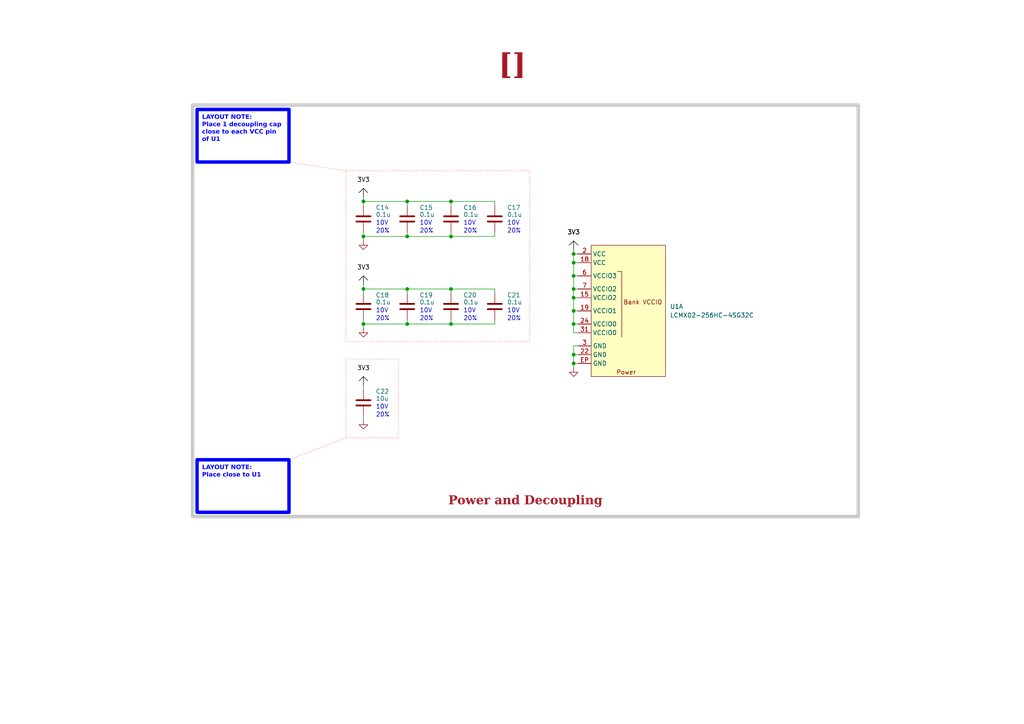
<source format=kicad_sch>
(kicad_sch (version 20250114) (generator "eeschema") (generator_version "9.0")
  (paper "A4")
  (title_block (title "Sheet Title A") (date "Last Modified Date") (rev "${REVISION}") (company "${COMPANY}"))
  (lib_symbols
    (symbol "0_FPGA:LCMX02-256HC-4SG32C"
      (property "Reference" "U" (at 10.668 16.51 0))
      (property "Value" "LCMX02-256HC-4SG32C" (at 0.254 -24.13 0))
      (symbol "LCMX02-256HC-4SG32C_1_1"
        (rectangle (start -10.16 15.24) (end 11.43 -22.86) (fill (type background)))
        (polyline (pts (xy -2.54 7.62) (xy -1.27 7.62) (xy -1.27 -11.43)))
        (text "Power" (at 0 -21.59 0) (effects (font (size 1.27 1.27))))
        (text "Bank VCCIO" (at 4.826 -1.27 0) (effects (font (size 1.27 1.27))))
        (pin power_in line (at -13.97 12.7 0) (length 3.81) (name "VCC") (number "2"))
        (pin power_in line (at -13.97 10.16 0) (length 3.81) (name "VCC") (number "18"))
        (pin power_in line (at -13.97 6.35 0) (length 3.81) (name "VCCIO3") (number "6"))
        (pin power_in line (at -13.97 2.54 0) (length 3.81) (name "VCCIO2") (number "7"))
        (pin power_in line (at -13.97 0 0) (length 3.81) (name "VCCIO2") (number "15"))
        (pin power_in line (at -13.97 -3.81 0) (length 3.81) (name "VCCIO1") (number "19"))
        (pin power_in line (at -13.97 -7.62 0) (length 3.81) (name "VCCIO0") (number "24"))
        (pin power_in line (at -13.97 -10.16 0) (length 3.81) (name "VCCIO0") (number "31"))
        (pin power_in line (at -13.97 -13.97 0) (length 3.81) (name "GND") (number "3"))
        (pin power_in line (at -13.97 -16.51 0) (length 3.81) (name "GND") (number "22"))
        (pin power_in line (at -13.97 -19.05 0) (length 3.81) (name "GND") (number "EP"))
      )
      (symbol "LCMX02-256HC-4SG32C_2_1"
        (rectangle (start -10.16 13.97) (end 11.43 -11.43) (fill (type background)))
        (text "JTAG Interface" (at 0.254 -9.906 0) (effects (font (size 1.27 1.27))))
        (text "Bank 0" (at 0.508 11.938 0) (effects (font (size 1.27 1.27))))
        (pin input line (at -12.7 7.62 0) (length 2.54) (name "TMS/PT7B") (number "29"))
        (pin input line (at -12.7 5.08 0) (length 2.54) (name "TCK/PT7A") (number "30"))
        (pin input line (at -12.7 2.54 0) (length 2.54) (name "TDI/PT6D") (number "32"))
        (pin input line (at -12.7 -5.08 0) (length 2.54) (name "JTAGENB/PT9A") (number "26"))
        (pin input line (at 13.97 -1.27 180) (length 2.54) (name "TDO/PT6C") (number "1"))
      )
      (symbol "LCMX02-256HC-4SG32C_3_1"
        (rectangle (start -16.51 17.78) (end 17.78 -17.78) (fill (type background)))
        (polyline (pts (xy -11.43 16.51) (xy -10.16 16.51) (xy -10.16 11.43)))
        (polyline (pts (xy -11.43 10.16) (xy -10.16 10.16) (xy -10.16 -12.7)))
        (polyline (pts (xy 1.27 -2.54) (xy 0 -2.54) (xy 0 -12.7)))
        (polyline (pts (xy 12.7 16.51) (xy 11.43 16.51) (xy 11.43 11.43)))
        (text "Bank 3" (at -6.35 14.224 0) (effects (font (size 1.27 1.27))))
        (text "Bank 2" (at -6.35 0 0) (effects (font (size 1.27 1.27))))
        (text "Bank 0" (at -4.064 -7.62 0) (effects (font (size 1.27 1.27))))
        (text "IO" (at 0 -16.51 0) (effects (font (size 1.27 1.27))))
        (text "Bank 1" (at 7.366 13.97 0) (effects (font (size 1.27 1.27))))
        (pin bidirectional line (at -19.05 15.24 0) (length 2.54) (name "PL5C") (number "4"))
        (pin bidirectional line (at -19.05 12.7 0) (length 2.54) (name "PL5D") (number "5"))
        (pin bidirectional line (at -19.05 8.89 0) (length 2.54) (name "PB2A") (number "8"))
        (pin bidirectional line (at -19.05 6.35 0) (length 2.54) (name "PB2C") (number "9"))
        (pin bidirectional line (at -19.05 3.81 0) (length 2.54) (name "PB2D") (number "10"))
        (pin bidirectional line (at -19.05 1.27 0) (length 2.54) (name "PB4A") (number "11"))
        (pin bidirectional line (at -19.05 -1.27 0) (length 2.54) (name "PB4B") (number "12"))
        (pin bidirectional line (at -19.05 -3.81 0) (length 2.54) (name "PB4C") (number "13"))
        (pin bidirectional line (at -19.05 -6.35 0) (length 2.54) (name "PB4D") (number "14"))
        (pin bidirectional line (at -19.05 -8.89 0) (length 2.54) (name "PB9A") (number "16"))
        (pin bidirectional line (at -19.05 -11.43 0) (length 2.54) (name "PB9B") (number "17"))
        (pin bidirectional line (at 20.32 15.24 180) (length 2.54) (name "PR5B") (number "20"))
        (pin bidirectional line (at 20.32 12.7 180) (length 2.54) (name "PR5A") (number "21"))
        (pin bidirectional line (at 20.32 -3.81 180) (length 2.54) (name "PT9D/DONE") (number "23"))
        (pin bidirectional line (at 20.32 -6.35 180) (length 2.54) (name "PT9B/PROGRAMN") (number "25"))
        (pin bidirectional line (at 20.32 -8.89 180) (length 2.54) (name "PT8D") (number "27"))
        (pin bidirectional line (at 20.32 -11.43 180) (length 2.54) (name "PT8C") (number "28"))
      )
    )
    (symbol "0_Power_Rails:3V3" (power) (in_bom no) (on_board no)
      (property "Value" "3V3" (at 0.254 4.318 0))
      (symbol "3V3_1_1"
        (polyline (pts (xy 0 0) (xy 0 2.54) (xy -1.27 1.27) (xy 0 2.54) (xy 1.27 1.27)) (stroke (width 0) (color 0 0 0 1)))
        (pin power_in line (at 0 0 90) (length 0) (hide yes) (name "") (number ""))
      )
    )
    (symbol "Device:C" (pin_numbers (hide yes)) (pin_names (offset 0.254))
      (property "Reference" "C" (at 0.635 2.54 0))
      (property "Value" "C" (at 0.635 -2.54 0))
      (symbol "C_0_1"
        (polyline (pts (xy -2.032 0.762) (xy 2.032 0.762)) (stroke (width 0.508)))
        (polyline (pts (xy -2.032 -0.762) (xy 2.032 -0.762)) (stroke (width 0.508)))
      )
      (symbol "C_1_1"
        (pin passive line (at 0 3.81 270) (length 2.794) (name "~") (number "1"))
        (pin passive line (at 0 -3.81 90) (length 2.794) (name "~") (number "2"))
      )
    )
    (symbol "power:GND" (power) (pin_numbers (hide yes)) (pin_names (offset 0) (hide yes))
      (property "Value" "GND" (at 0 -3.81 0))
      (symbol "GND_0_1"
        (polyline (pts (xy 0 0) (xy 0 -1.27) (xy 1.27 -1.27) (xy 0 -2.54) (xy -1.27 -1.27) (xy 0 -1.27)))
      )
      (symbol "GND_1_1"
        (pin power_in line (at 0 0 270) (length 0) (name "~") (number "1"))
      )
    )
  )
  (rectangle (start 100.33 104.14) (end 115.57 127) (stroke (width 0) (type dot) (color 255 0 0 1)))
  (rectangle (start 100.33 49.53) (end 153.67 99.06) (stroke (width 0) (type dot) (color 255 0 0 1)))
  (rectangle (start 55.88 30.48) (end 248.92 149.86) (stroke (width 1) (color 200 200 200 1)))
  (text_box "LAYOUT NOTE:\nPlace close to U1" (at 57.15 133.35 0) (size 26.67 15.24) (margins 1.4525 1.4525 1.4525 1.4525) (stroke (width 1) (color 0 0 255 1)) (effects (font (size 1.27 1.27) (thickness 0.4) (bold yes)) (justify left top)))
  (text_box "LAYOUT NOTE:\nPlace 1 decoupling cap close to each VCC pin of U1" (at 57.15 31.75 0) (size 26.67 15.24) (margins 1.4525 1.4525 1.4525 1.4525) (stroke (width 1) (color 0 0 255 1)) (effects (font (size 1.27 1.27) (thickness 0.4) (bold yes)) (justify left top)))
  (text_box "[${#}] ${SHEETNAME}" (at 12.7 12.7 0) (size 271.78 12.7) (margins 4.4999 4.4999 4.4999 4.4999) (stroke (width -0.0001)) (effects (font (size 6 6) (thickness 1.2) (bold yes))))
  (text_box "Power and Decoupling" (at 57.15 140.97 0) (size 190.5 7.62) (margins 1.9049 1.9049 1.9049 1.9049) (stroke (width -0.0001)) (effects (font (size 2.54 2.54) (thickness 0.508) (bold yes)) (justify bottom)))
  (junction (at 166.37 93.98))
  (junction (at 166.37 86.36))
  (junction (at 166.37 76.2))
  (junction (at 130.81 58.42))
  (junction (at 105.41 68.58))
  (junction (at 118.11 93.98))
  (junction (at 105.41 58.42))
  (junction (at 130.81 68.58))
  (junction (at 166.37 102.87))
  (junction (at 166.37 73.66))
  (junction (at 166.37 105.41))
  (junction (at 130.81 93.98))
  (junction (at 130.81 83.82))
  (junction (at 118.11 68.58))
  (junction (at 105.41 83.82))
  (junction (at 166.37 83.82))
  (junction (at 166.37 80.01))
  (junction (at 166.37 90.17))
  (junction (at 118.11 58.42))
  (junction (at 105.41 93.98))
  (junction (at 118.11 83.82))
  (wire (pts (xy 166.37 73.66) (xy 167.64 73.66)))
  (wire (pts (xy 166.37 76.2) (xy 166.37 80.01)))
  (polyline (pts (xy 100.33 127) (xy 83.82 133.35)) (stroke (width 0) (type dot) (color 255 0 0 1)))
  (wire (pts (xy 105.41 93.98) (xy 118.11 93.98)))
  (wire (pts (xy 130.81 83.82) (xy 143.51 83.82)))
  (wire (pts (xy 118.11 58.42) (xy 118.11 59.69)))
  (wire (pts (xy 105.41 67.31) (xy 105.41 68.58)))
  (wire (pts (xy 118.11 93.98) (xy 130.81 93.98)))
  (wire (pts (xy 130.81 68.58) (xy 143.51 68.58)))
  (wire (pts (xy 105.41 82.55) (xy 105.41 83.82)))
  (wire (pts (xy 130.81 83.82) (xy 130.81 85.09)))
  (wire (pts (xy 105.41 58.42) (xy 118.11 58.42)))
  (wire (pts (xy 166.37 72.39) (xy 166.37 73.66)))
  (wire (pts (xy 105.41 58.42) (xy 105.41 59.69)))
  (wire (pts (xy 143.51 93.98) (xy 143.51 92.71)))
  (wire (pts (xy 166.37 80.01) (xy 166.37 83.82)))
  (wire (pts (xy 118.11 83.82) (xy 118.11 85.09)))
  (wire (pts (xy 166.37 80.01) (xy 167.64 80.01)))
  (wire (pts (xy 166.37 86.36) (xy 167.64 86.36)))
  (wire (pts (xy 105.41 57.15) (xy 105.41 58.42)))
  (wire (pts (xy 130.81 58.42) (xy 143.51 58.42)))
  (wire (pts (xy 118.11 68.58) (xy 130.81 68.58)))
  (wire (pts (xy 166.37 76.2) (xy 167.64 76.2)))
  (wire (pts (xy 130.81 58.42) (xy 130.81 59.69)))
  (wire (pts (xy 118.11 58.42) (xy 130.81 58.42)))
  (wire (pts (xy 143.51 83.82) (xy 143.51 85.09)))
  (wire (pts (xy 166.37 90.17) (xy 166.37 93.98)))
  (wire (pts (xy 118.11 92.71) (xy 118.11 93.98)))
  (wire (pts (xy 105.41 68.58) (xy 105.41 69.85)))
  (wire (pts (xy 166.37 93.98) (xy 166.37 96.52)))
  (wire (pts (xy 166.37 86.36) (xy 166.37 90.17)))
  (wire (pts (xy 130.81 67.31) (xy 130.81 68.58)))
  (wire (pts (xy 130.81 93.98) (xy 143.51 93.98)))
  (wire (pts (xy 167.64 96.52) (xy 166.37 96.52)))
  (wire (pts (xy 166.37 102.87) (xy 167.64 102.87)))
  (wire (pts (xy 105.41 68.58) (xy 118.11 68.58)))
  (wire (pts (xy 105.41 92.71) (xy 105.41 93.98)))
  (wire (pts (xy 118.11 83.82) (xy 130.81 83.82)))
  (wire (pts (xy 166.37 93.98) (xy 167.64 93.98)))
  (wire (pts (xy 105.41 83.82) (xy 118.11 83.82)))
  (wire (pts (xy 166.37 90.17) (xy 167.64 90.17)))
  (wire (pts (xy 105.41 120.65) (xy 105.41 121.92)))
  (wire (pts (xy 166.37 83.82) (xy 167.64 83.82)))
  (wire (pts (xy 130.81 92.71) (xy 130.81 93.98)))
  (wire (pts (xy 166.37 102.87) (xy 166.37 100.33)))
  (wire (pts (xy 105.41 93.98) (xy 105.41 95.25)))
  (polyline (pts (xy 100.33 49.53) (xy 83.82 46.99)) (stroke (width 0) (type dot) (color 255 0 0 1)))
  (wire (pts (xy 118.11 67.31) (xy 118.11 68.58)))
  (wire (pts (xy 143.51 58.42) (xy 143.51 59.69)))
  (wire (pts (xy 166.37 73.66) (xy 166.37 76.2)))
  (wire (pts (xy 166.37 105.41) (xy 167.64 105.41)))
  (wire (pts (xy 166.37 100.33) (xy 167.64 100.33)))
  (wire (pts (xy 105.41 83.82) (xy 105.41 85.09)))
  (wire (pts (xy 166.37 83.82) (xy 166.37 86.36)))
  (wire (pts (xy 166.37 105.41) (xy 166.37 102.87)))
  (wire (pts (xy 143.51 68.58) (xy 143.51 67.31)))
  (wire (pts (xy 105.41 111.76) (xy 105.41 113.03)))
  (wire (pts (xy 166.37 106.68) (xy 166.37 105.41)))
  (symbol (lib_id "Device:C") (at 143.51 88.9 0) (unit 1)
    (property "Reference" "C21" (at 147.066 85.598 0) (effects (justify left)))
    (property "Value" "0.1u" (at 147.066 87.63 0) (effects (justify left)))
    (property "Description" "Unpolarized capacitor" (effects (hide yes)))
    (property "Tolerance" "20%" (at 147.066 92.202 0) (effects (justify left)))
    (property "Rating" "10V" (at 147.066 89.916 0) (effects (justify left)))
  )
  (symbol (lib_id "0_Power_Rails:3V3") (at 105.41 111.76 0) (unit 1) (in_bom no) (on_board no)
    (property "Reference" "#PWR020" (effects (hide yes)))
    (property "Value" "3V3" (at 105.41 106.68 0) (effects (font (thickness 0.1588))))
  )
  (symbol (lib_id "Device:C") (at 105.41 63.5 0) (unit 1)
    (property "Reference" "C14" (at 108.966 60.198 0) (effects (justify left)))
    (property "Value" "0.1u" (at 108.966 62.23 0) (effects (justify left)))
    (property "Description" "Unpolarized capacitor" (effects (hide yes)))
    (property "Tolerance" "20%" (at 108.966 66.802 0) (effects (justify left)))
    (property "Rating" "10V" (at 108.966 64.516 0) (effects (justify left)))
  )
  (symbol (lib_id "Device:C") (at 143.51 63.5 0) (unit 1)
    (property "Reference" "C17" (at 147.066 60.198 0) (effects (justify left)))
    (property "Value" "0.1u" (at 147.066 62.23 0) (effects (justify left)))
    (property "Description" "Unpolarized capacitor" (effects (hide yes)))
    (property "Tolerance" "20%" (at 147.066 66.802 0) (effects (justify left)))
    (property "Rating" "10V" (at 147.066 64.516 0) (effects (justify left)))
  )
  (symbol (lib_id "Device:C") (at 105.41 116.84 0) (unit 1)
    (property "Reference" "C22" (at 108.966 113.538 0) (effects (justify left)))
    (property "Value" "10u" (at 108.966 115.57 0) (effects (justify left)))
    (property "Description" "Unpolarized capacitor" (effects (hide yes)))
    (property "Tolerance" "20%" (at 108.966 120.142 0) (effects (justify left)))
    (property "Rating" "10V" (at 108.966 117.856 0) (effects (justify left)))
  )
  (symbol (lib_id "Device:C") (at 118.11 63.5 0) (unit 1)
    (property "Reference" "C15" (at 121.666 60.198 0) (effects (justify left)))
    (property "Value" "0.1u" (at 121.666 62.23 0) (effects (justify left)))
    (property "Description" "Unpolarized capacitor" (effects (hide yes)))
    (property "Tolerance" "20%" (at 121.666 66.802 0) (effects (justify left)))
    (property "Rating" "10V" (at 121.666 64.516 0) (effects (justify left)))
  )
  (symbol (lib_id "power:GND") (at 105.41 121.92 0) (unit 1)
    (property "Reference" "#PWR021" (effects (hide yes)))
    (property "Value" "GND" (effects (hide yes)))
    (property "Description" "Power symbol creates a global label with name \"GND\" , ground" (effects (hide yes)))
  )
  (symbol (lib_id "Device:C") (at 105.41 88.9 0) (unit 1)
    (property "Reference" "C18" (at 108.966 85.598 0) (effects (justify left)))
    (property "Value" "0.1u" (at 108.966 87.63 0) (effects (justify left)))
    (property "Description" "Unpolarized capacitor" (effects (hide yes)))
    (property "Tolerance" "20%" (at 108.966 92.202 0) (effects (justify left)))
    (property "Rating" "10V" (at 108.966 89.916 0) (effects (justify left)))
  )
  (symbol (lib_id "Device:C") (at 118.11 88.9 0) (unit 1)
    (property "Reference" "C19" (at 121.666 85.598 0) (effects (justify left)))
    (property "Value" "0.1u" (at 121.666 87.63 0) (effects (justify left)))
    (property "Description" "Unpolarized capacitor" (effects (hide yes)))
    (property "Tolerance" "20%" (at 121.666 92.202 0) (effects (justify left)))
    (property "Rating" "10V" (at 121.666 89.916 0) (effects (justify left)))
  )
  (symbol (lib_id "power:GND") (at 166.37 106.68 0) (unit 1)
    (property "Reference" "#PWR014" (effects (hide yes)))
    (property "Value" "GND" (effects (hide yes)))
    (property "Description" "Power symbol creates a global label with name \"GND\" , ground" (effects (hide yes)))
  )
  (symbol (lib_id "0_FPGA:LCMX02-256HC-4SG32C") (at 181.61 86.36 0) (unit 1)
    (property "Reference" "U1" (at 194.31 88.8999 0) (effects (justify left)))
    (property "Value" "LCMX02-256HC-4SG32C" (at 194.31 91.4399 0) (effects (justify left)))
    (property "Datasheet" "kicad-embed://FPGA-DS-02056-4-6-MachXO2-Family-Data-Sheet.pdf" (effects (hide yes)))
    (property "Description" "MachXO2 Field Programmable Gate Array (FPGA) IC 21 256 32-UFQFN Exposed Pad" (effects (hide yes)))
    (property "Link" "https://www.digikey.com/en/products/detail/lattice-semiconductor-corporation/LCMXO2-256HC-4SG32C/3232671?s=N4IgTCBcDaIDYGMC2APA9mAtGArANgAsFMAWAZwHMBmMBEAXQF8g" (effects (hide yes)))
  )
  (symbol (lib_id "0_Power_Rails:3V3") (at 166.37 72.39 0) (unit 1) (in_bom no) (on_board no)
    (property "Reference" "#PWR015" (effects (hide yes)))
    (property "Value" "3V3" (at 166.37 67.31 0) (effects (font (thickness 0.1588))))
  )
  (symbol (lib_id "Device:C") (at 130.81 88.9 0) (unit 1)
    (property "Reference" "C20" (at 134.366 85.598 0) (effects (justify left)))
    (property "Value" "0.1u" (at 134.366 87.63 0) (effects (justify left)))
    (property "Description" "Unpolarized capacitor" (effects (hide yes)))
    (property "Tolerance" "20%" (at 134.366 92.202 0) (effects (justify left)))
    (property "Rating" "10V" (at 134.366 89.916 0) (effects (justify left)))
  )
  (symbol (lib_id "Device:C") (at 130.81 63.5 0) (unit 1)
    (property "Reference" "C16" (at 134.366 60.198 0) (effects (justify left)))
    (property "Value" "0.1u" (at 134.366 62.23 0) (effects (justify left)))
    (property "Description" "Unpolarized capacitor" (effects (hide yes)))
    (property "Tolerance" "20%" (at 134.366 66.802 0) (effects (justify left)))
    (property "Rating" "10V" (at 134.366 64.516 0) (effects (justify left)))
  )
  (symbol (lib_id "0_Power_Rails:3V3") (at 105.41 57.15 0) (unit 1) (in_bom no) (on_board no)
    (property "Reference" "#PWR017" (effects (hide yes)))
    (property "Value" "3V3" (at 105.41 52.07 0) (effects (font (thickness 0.1588))))
  )
  (symbol (lib_id "power:GND") (at 105.41 69.85 0) (unit 1)
    (property "Reference" "#PWR016" (effects (hide yes)))
    (property "Value" "GND" (effects (hide yes)))
    (property "Description" "Power symbol creates a global label with name \"GND\" , ground" (effects (hide yes)))
  )
  (symbol (lib_id "power:GND") (at 105.41 95.25 0) (unit 1)
    (property "Reference" "#PWR019" (effects (hide yes)))
    (property "Value" "GND" (effects (hide yes)))
    (property "Description" "Power symbol creates a global label with name \"GND\" , ground" (effects (hide yes)))
  )
  (symbol (lib_id "0_Power_Rails:3V3") (at 105.41 82.55 0) (unit 1) (in_bom no) (on_board no)
    (property "Reference" "#PWR018" (effects (hide yes)))
    (property "Value" "3V3" (at 105.41 77.47 0) (effects (font (thickness 0.1588))))
  )
)
</source>
